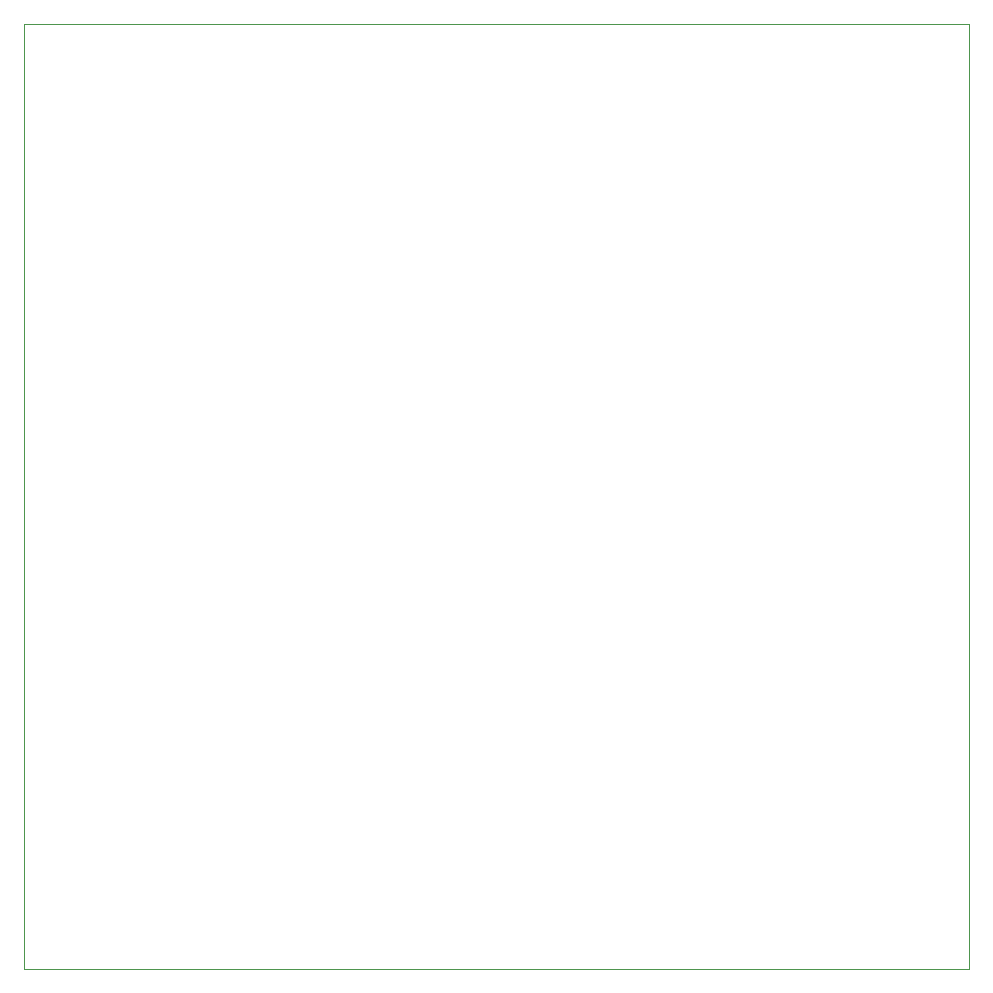
<source format=gm1>
G04 #@! TF.GenerationSoftware,KiCad,Pcbnew,8.0.8+1*
G04 #@! TF.CreationDate,2025-03-08T00:06:44+00:00*
G04 #@! TF.ProjectId,dcclicht,6463636c-6963-4687-942e-6b696361645f,rev?*
G04 #@! TF.SameCoordinates,Original*
G04 #@! TF.FileFunction,Profile,NP*
%FSLAX46Y46*%
G04 Gerber Fmt 4.6, Leading zero omitted, Abs format (unit mm)*
G04 Created by KiCad (PCBNEW 8.0.8+1) date 2025-03-08 00:06:44*
%MOMM*%
%LPD*%
G01*
G04 APERTURE LIST*
G04 #@! TA.AperFunction,Profile*
%ADD10C,0.050000*%
G04 #@! TD*
G04 APERTURE END LIST*
D10*
X110000000Y-60000000D02*
X110000000Y-140000000D01*
X110000000Y-140000000D02*
X190000000Y-140000000D01*
X190000000Y-60000000D02*
X110000000Y-60000000D01*
X190000000Y-140000000D02*
X190000000Y-60000000D01*
M02*

</source>
